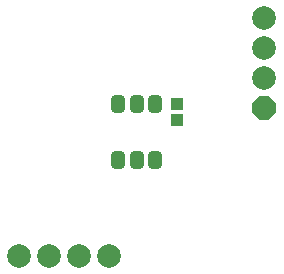
<source format=gbs>
G04 Layer_Color=16711935*
%FSLAX44Y44*%
%MOMM*%
G71*
G01*
G75*
%ADD16R,1.0532X1.0532*%
G04:AMPARAMS|DCode=17|XSize=1.5032mm|YSize=1.2032mm|CornerRadius=0.3516mm|HoleSize=0mm|Usage=FLASHONLY|Rotation=90.000|XOffset=0mm|YOffset=0mm|HoleType=Round|Shape=RoundedRectangle|*
%AMROUNDEDRECTD17*
21,1,1.5032,0.5000,0,0,90.0*
21,1,0.8000,1.2032,0,0,90.0*
1,1,0.7032,0.2500,0.4000*
1,1,0.7032,0.2500,-0.4000*
1,1,0.7032,-0.2500,-0.4000*
1,1,0.7032,-0.2500,0.4000*
%
%ADD17ROUNDEDRECTD17*%
%ADD18P,2.1683X8X112.5*%
%ADD19C,2.0032*%
D16*
X166000Y154500D02*
D03*
Y168500D02*
D03*
D17*
X147500Y121250D02*
D03*
X131750D02*
D03*
X116000D02*
D03*
Y168250D02*
D03*
X131750D02*
D03*
X147500D02*
D03*
D18*
X240000Y164600D02*
D03*
D19*
Y190000D02*
D03*
Y215400D02*
D03*
Y240800D02*
D03*
X108100Y40000D02*
D03*
X31900D02*
D03*
X57300D02*
D03*
X82700D02*
D03*
M02*

</source>
